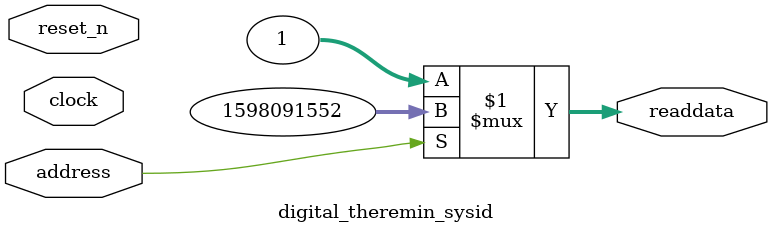
<source format=v>



// synthesis translate_off
`timescale 1ns / 1ps
// synthesis translate_on

// turn off superfluous verilog processor warnings 
// altera message_level Level1 
// altera message_off 10034 10035 10036 10037 10230 10240 10030 

module digital_theremin_sysid (
               // inputs:
                address,
                clock,
                reset_n,

               // outputs:
                readdata
             )
;

  output  [ 31: 0] readdata;
  input            address;
  input            clock;
  input            reset_n;

  wire    [ 31: 0] readdata;
  //control_slave, which is an e_avalon_slave
  assign readdata = address ? 1598091552 : 1;

endmodule



</source>
